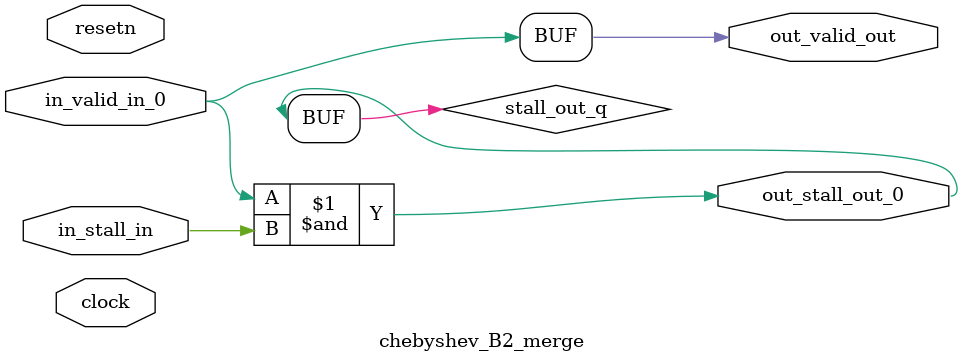
<source format=sv>



(* altera_attribute = "-name AUTO_SHIFT_REGISTER_RECOGNITION OFF; -name MESSAGE_DISABLE 10036; -name MESSAGE_DISABLE 10037; -name MESSAGE_DISABLE 14130; -name MESSAGE_DISABLE 14320; -name MESSAGE_DISABLE 15400; -name MESSAGE_DISABLE 14130; -name MESSAGE_DISABLE 10036; -name MESSAGE_DISABLE 12020; -name MESSAGE_DISABLE 12030; -name MESSAGE_DISABLE 12010; -name MESSAGE_DISABLE 12110; -name MESSAGE_DISABLE 14320; -name MESSAGE_DISABLE 13410; -name MESSAGE_DISABLE 113007; -name MESSAGE_DISABLE 10958" *)
module chebyshev_B2_merge (
    input wire [0:0] in_stall_in,
    input wire [0:0] in_valid_in_0,
    output wire [0:0] out_stall_out_0,
    output wire [0:0] out_valid_out,
    input wire clock,
    input wire resetn
    );

    wire [0:0] stall_out_q;


    // stall_out(LOGICAL,6)
    assign stall_out_q = in_valid_in_0 & in_stall_in;

    // out_stall_out_0(GPOUT,4)
    assign out_stall_out_0 = stall_out_q;

    // out_valid_out(GPOUT,5)
    assign out_valid_out = in_valid_in_0;

endmodule

</source>
